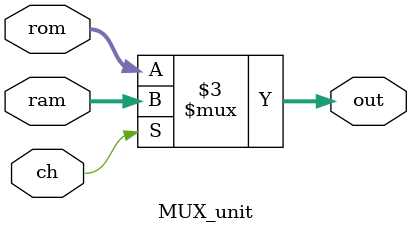
<source format=v>
module MUX_unit(

  input [7:0] rom,
  input [7:0] ram,
  input wire ch,
  output reg [7:0] out

);

always@(rom or ram)
begin
	if (ch)
		out <= ram;
	else
		out <= rom;
	
end
    
endmodule

</source>
